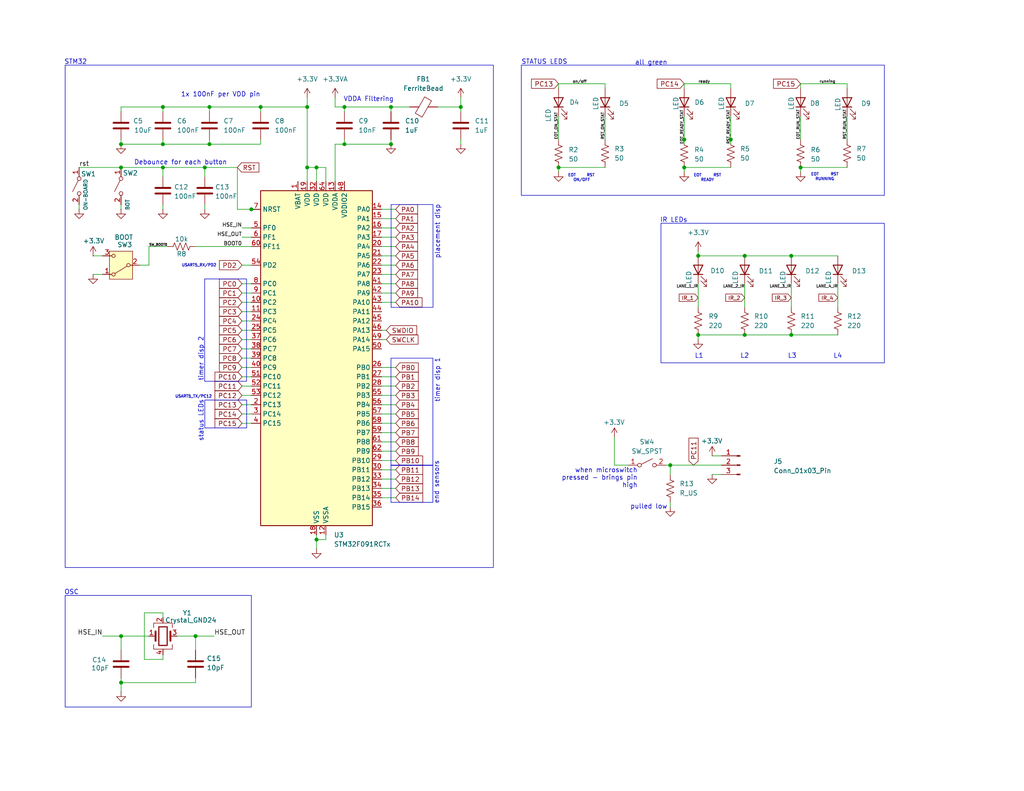
<source format=kicad_sch>
(kicad_sch (version 20231120) (generator "eeschema") (generator_version "8.0")
  (paper "USLetter")
  (title_block (title "STM32 / LEDs") (date "2025-08-03"))
  (lib_symbols
    (symbol "Connector:Conn_01x03_Pin" (pin_names (offset 1.016) hide)
      (property "Reference" "J" (at 0 5.08 0))
      (property "Value" "Conn_01x03_Pin" (at 0 -5.08 0))
      (symbol "Conn_01x03_Pin_1_1"
        (polyline (pts (xy 1.27 -2.54) (xy 0.8636 -2.54)) (stroke (width 0.1524)))
        (polyline (pts (xy 1.27 0) (xy 0.8636 0)) (stroke (width 0.1524)))
        (polyline (pts (xy 1.27 2.54) (xy 0.8636 2.54)) (stroke (width 0.1524)))
        (rectangle (start 0.8636 -2.413) (end 0 -2.667) (stroke (width 0.1524)) (fill (type outline)))
        (rectangle (start 0.8636 0.127) (end 0 -0.127) (stroke (width 0.1524)) (fill (type outline)))
        (rectangle (start 0.8636 2.667) (end 0 2.413) (stroke (width 0.1524)) (fill (type outline)))
        (pin passive line (at 5.08 2.54 180) (length 3.81) (name "Pin_1") (number "1"))
        (pin passive line (at 5.08 0 180) (length 3.81) (name "Pin_2") (number "2"))
        (pin passive line (at 5.08 -2.54 180) (length 3.81) (name "Pin_3") (number "3"))
      )
    )
    (symbol "Device:C" (pin_numbers hide) (pin_names (offset 0.254))
      (property "Reference" "C" (at 0.635 2.54 0))
      (property "Value" "C" (at 0.635 -2.54 0))
      (symbol "C_0_1"
        (polyline (pts (xy -2.032 -0.762) (xy 2.032 -0.762)) (stroke (width 0.508)))
        (polyline (pts (xy -2.032 0.762) (xy 2.032 0.762)) (stroke (width 0.508)))
      )
      (symbol "C_1_1"
        (pin passive line (at 0 3.81 270) (length 2.794) (name "~") (number "1"))
        (pin passive line (at 0 -3.81 90) (length 2.794) (name "~") (number "2"))
      )
    )
    (symbol "Device:Crystal_GND24" (pin_names (offset 1.016) hide)
      (property "Reference" "Y" (at 3.175 5.08 0))
      (property "Value" "Crystal_GND24" (at 3.175 3.175 0))
      (symbol "Crystal_GND24_0_1"
        (rectangle (start -1.143 2.54) (end 1.143 -2.54) (stroke (width 0.3048)))
        (polyline (pts (xy -2.54 0) (xy -2.032 0)))
        (polyline (pts (xy -2.032 -1.27) (xy -2.032 1.27)) (stroke (width 0.508)))
        (polyline (pts (xy 0 -3.81) (xy 0 -3.556)))
        (polyline (pts (xy 0 3.556) (xy 0 3.81)))
        (polyline (pts (xy 2.032 -1.27) (xy 2.032 1.27)) (stroke (width 0.508)))
        (polyline (pts (xy 2.032 0) (xy 2.54 0)))
        (polyline (pts (xy -2.54 -2.286) (xy -2.54 -3.556) (xy 2.54 -3.556) (xy 2.54 -2.286)))
        (polyline (pts (xy -2.54 2.286) (xy -2.54 3.556) (xy 2.54 3.556) (xy 2.54 2.286)))
      )
      (symbol "Crystal_GND24_1_1"
        (pin passive line (at -3.81 0 0) (length 1.27) (name "1") (number "1"))
        (pin passive line (at 0 5.08 270) (length 1.27) (name "2") (number "2"))
        (pin passive line (at 3.81 0 180) (length 1.27) (name "3") (number "3"))
        (pin passive line (at 0 -5.08 90) (length 1.27) (name "4") (number "4"))
      )
    )
    (symbol "Device:FerriteBead" (pin_numbers hide) (pin_names (offset 0))
      (property "Reference" "FB" (at -3.81 0.635 90))
      (property "Value" "FerriteBead" (at 3.81 0 90))
      (symbol "FerriteBead_0_1"
        (polyline (pts (xy 0 -1.27) (xy 0 -1.2192)))
        (polyline (pts (xy 0 1.27) (xy 0 1.2954)))
        (polyline (pts (xy -2.7686 0.4064) (xy -1.7018 2.2606) (xy 2.7686 -0.3048) (xy 1.6764 -2.159) (xy -2.7686 0.4064)))
      )
      (symbol "FerriteBead_1_1"
        (pin passive line (at 0 3.81 270) (length 2.54) (name "~") (number "1"))
        (pin passive line (at 0 -3.81 90) (length 2.54) (name "~") (number "2"))
      )
    )
    (symbol "Device:LED" (pin_numbers hide) (pin_names (offset 1.016) hide)
      (property "Reference" "D" (at 0 2.54 0))
      (property "Value" "LED" (at 0 -2.54 0))
      (symbol "LED_0_1"
        (polyline (pts (xy -1.27 -1.27) (xy -1.27 1.27)) (stroke (width 0.254)))
        (polyline (pts (xy -1.27 0) (xy 1.27 0)))
        (polyline (pts (xy 1.27 -1.27) (xy 1.27 1.27) (xy -1.27 0) (xy 1.27 -1.27)) (stroke (width 0.254)))
        (polyline (pts (xy -3.048 -0.762) (xy -4.572 -2.286) (xy -3.81 -2.286) (xy -4.572 -2.286) (xy -4.572 -1.524)))
        (polyline (pts (xy -1.778 -0.762) (xy -3.302 -2.286) (xy -2.54 -2.286) (xy -3.302 -2.286) (xy -3.302 -1.524)))
      )
      (symbol "LED_1_1"
        (pin passive line (at -3.81 0 0) (length 2.54) (name "K") (number "1"))
        (pin passive line (at 3.81 0 180) (length 2.54) (name "A") (number "2"))
      )
    )
    (symbol "Device:R_US" (pin_numbers hide) (pin_names (offset 0))
      (property "Reference" "R" (at 2.54 0 90))
      (property "Value" "R_US" (at -2.54 0 90))
      (symbol "R_US_0_1"
        (polyline (pts (xy 0 -2.286) (xy 0 -2.54)))
        (polyline (pts (xy 0 2.286) (xy 0 2.54)))
        (polyline (pts (xy 0 -0.762) (xy 1.016 -1.143) (xy 0 -1.524) (xy -1.016 -1.905) (xy 0 -2.286)))
        (polyline (pts (xy 0 0.762) (xy 1.016 0.381) (xy 0 0) (xy -1.016 -0.381) (xy 0 -0.762)))
        (polyline (pts (xy 0 2.286) (xy 1.016 1.905) (xy 0 1.524) (xy -1.016 1.143) (xy 0 0.762)))
      )
      (symbol "R_US_1_1"
        (pin passive line (at 0 3.81 270) (length 1.27) (name "~") (number "1"))
        (pin passive line (at 0 -3.81 90) (length 1.27) (name "~") (number "2"))
      )
    )
    (symbol "MCU_ST_STM32F0:STM32F091RCTx"
      (property "Reference" "U" (at -15.24 46.99 0))
      (property "Value" "STM32F091RCTx" (at 10.16 46.99 0))
      (symbol "STM32F091RCTx_0_1"
        (rectangle (start -15.24 -45.72) (end 15.24 45.72) (stroke (width 0.254)) (fill (type background)))
      )
      (symbol "STM32F091RCTx_1_1"
        (pin power_in line (at -5.08 48.26 270) (length 2.54) (name "VBAT") (number "1"))
        (pin bidirectional line (at -17.78 15.24 0) (length 2.54) (name "PC2") (number "10"))
        (pin bidirectional line (at -17.78 12.7 0) (length 2.54) (name "PC3") (number "11"))
        (pin power_in line (at 2.54 -48.26 90) (length 2.54) (name "VSSA") (number "12"))
        (pin power_in line (at 5.08 48.26 270) (length 2.54) (name "VDDA") (number "13"))
        (pin bidirectional line (at 17.78 40.64 180) (length 2.54) (name "PA0") (number "14"))
        (pin bidirectional line (at 17.78 38.1 180) (length 2.54) (name "PA1") (number "15"))
        (pin bidirectional line (at 17.78 35.56 180) (length 2.54) (name "PA2") (number "16"))
        (pin bidirectional line (at 17.78 33.02 180) (length 2.54) (name "PA3") (number "17"))
        (pin power_in line (at 0 -48.26 90) (length 2.54) (name "VSS") (number "18"))
        (pin power_in line (at -2.54 48.26 270) (length 2.54) (name "VDD") (number "19"))
        (pin bidirectional line (at -17.78 -12.7 0) (length 2.54) (name "PC13") (number "2"))
        (pin bidirectional line (at 17.78 30.48 180) (length 2.54) (name "PA4") (number "20"))
        (pin bidirectional line (at 17.78 27.94 180) (length 2.54) (name "PA5") (number "21"))
        (pin bidirectional line (at 17.78 25.4 180) (length 2.54) (name "PA6") (number "22"))
        (pin bidirectional line (at 17.78 22.86 180) (length 2.54) (name "PA7") (number "23"))
        (pin bidirectional line (at -17.78 10.16 0) (length 2.54) (name "PC4") (number "24"))
        (pin bidirectional line (at -17.78 7.62 0) (length 2.54) (name "PC5") (number "25"))
        (pin bidirectional line (at 17.78 -2.54 180) (length 2.54) (name "PB0") (number "26"))
        (pin bidirectional line (at 17.78 -5.08 180) (length 2.54) (name "PB1") (number "27"))
        (pin bidirectional line (at 17.78 -7.62 180) (length 2.54) (name "PB2") (number "28"))
        (pin bidirectional line (at 17.78 -27.94 180) (length 2.54) (name "PB10") (number "29"))
        (pin bidirectional line (at -17.78 -15.24 0) (length 2.54) (name "PC14") (number "3"))
        (pin bidirectional line (at 17.78 -30.48 180) (length 2.54) (name "PB11") (number "30"))
        (pin passive line (at 0 -48.26 90) (length 2.54) hide (name "VSS") (number "31"))
        (pin power_in line (at 0 48.26 270) (length 2.54) (name "VDD") (number "32"))
        (pin bidirectional line (at 17.78 -33.02 180) (length 2.54) (name "PB12") (number "33"))
        (pin bidirectional line (at 17.78 -35.56 180) (length 2.54) (name "PB13") (number "34"))
        (pin bidirectional line (at 17.78 -38.1 180) (length 2.54) (name "PB14") (number "35"))
        (pin bidirectional line (at 17.78 -40.64 180) (length 2.54) (name "PB15") (number "36"))
        (pin bidirectional line (at -17.78 5.08 0) (length 2.54) (name "PC6") (number "37"))
        (pin bidirectional line (at -17.78 2.54 0) (length 2.54) (name "PC7") (number "38"))
        (pin bidirectional line (at -17.78 0 0) (length 2.54) (name "PC8") (number "39"))
        (pin bidirectional line (at -17.78 -17.78 0) (length 2.54) (name "PC15") (number "4"))
        (pin bidirectional line (at -17.78 -2.54 0) (length 2.54) (name "PC9") (number "40"))
        (pin bidirectional line (at 17.78 20.32 180) (length 2.54) (name "PA8") (number "41"))
        (pin bidirectional line (at 17.78 17.78 180) (length 2.54) (name "PA9") (number "42"))
        (pin bidirectional line (at 17.78 15.24 180) (length 2.54) (name "PA10") (number "43"))
        (pin bidirectional line (at 17.78 12.7 180) (length 2.54) (name "PA11") (number "44"))
        (pin bidirectional line (at 17.78 10.16 180) (length 2.54) (name "PA12") (number "45"))
        (pin bidirectional line (at 17.78 7.62 180) (length 2.54) (name "PA13") (number "46"))
        (pin passive line (at 0 -48.26 90) (length 2.54) hide (name "VSS") (number "47"))
        (pin power_in line (at 7.62 48.26 270) (length 2.54) (name "VDDIO2") (number "48"))
        (pin bidirectional line (at 17.78 5.08 180) (length 2.54) (name "PA14") (number "49"))
        (pin bidirectional line (at -17.78 35.56 0) (length 2.54) (name "PF0") (number "5"))
        (pin bidirectional line (at 17.78 2.54 180) (length 2.54) (name "PA15") (number "50"))
        (pin bidirectional line (at -17.78 -5.08 0) (length 2.54) (name "PC10") (number "51"))
        (pin bidirectional line (at -17.78 -7.62 0) (length 2.54) (name "PC11") (number "52"))
        (pin bidirectional line (at -17.78 -10.16 0) (length 2.54) (name "PC12") (number "53"))
        (pin bidirectional line (at -17.78 25.4 0) (length 2.54) (name "PD2") (number "54"))
        (pin bidirectional line (at 17.78 -10.16 180) (length 2.54) (name "PB3") (number "55"))
        (pin bidirectional line (at 17.78 -12.7 180) (length 2.54) (name "PB4") (number "56"))
        (pin bidirectional line (at 17.78 -15.24 180) (length 2.54) (name "PB5") (number "57"))
        (pin bidirectional line (at 17.78 -17.78 180) (length 2.54) (name "PB6") (number "58"))
        (pin bidirectional line (at 17.78 -20.32 180) (length 2.54) (name "PB7") (number "59"))
        (pin bidirectional line (at -17.78 33.02 0) (length 2.54) (name "PF1") (number "6"))
        (pin bidirectional line (at -17.78 30.48 0) (length 2.54) (name "PF11") (number "60"))
        (pin bidirectional line (at 17.78 -22.86 180) (length 2.54) (name "PB8") (number "61"))
        (pin bidirectional line (at 17.78 -25.4 180) (length 2.54) (name "PB9") (number "62"))
        (pin passive line (at 0 -48.26 90) (length 2.54) hide (name "VSS") (number "63"))
        (pin power_in line (at 2.54 48.26 270) (length 2.54) (name "VDD") (number "64"))
        (pin input line (at -17.78 40.64 0) (length 2.54) (name "NRST") (number "7"))
        (pin bidirectional line (at -17.78 20.32 0) (length 2.54) (name "PC0") (number "8"))
        (pin bidirectional line (at -17.78 17.78 0) (length 2.54) (name "PC1") (number "9"))
      )
    )
    (symbol "Switch:SW_SPDT" (pin_names (offset 0) hide)
      (property "Reference" "SW" (at 0 5.08 0))
      (property "Value" "SW_SPDT" (at 0 -5.08 0))
      (symbol "SW_SPDT_0_1"
        (circle (center -2.032 0) (radius 0.4572))
        (polyline (pts (xy -1.651 0.254) (xy 1.651 2.286)))
        (circle (center 2.032 -2.54) (radius 0.4572))
        (circle (center 2.032 2.54) (radius 0.4572))
      )
      (symbol "SW_SPDT_1_1"
        (rectangle (start -3.175 3.81) (end 3.175 -3.81) (fill (type background)))
        (pin passive line (at 5.08 2.54 180) (length 2.54) (name "A") (number "1"))
        (pin passive line (at -5.08 0 0) (length 2.54) (name "B") (number "2"))
        (pin passive line (at 5.08 -2.54 180) (length 2.54) (name "C") (number "3"))
      )
    )
    (symbol "Switch:SW_SPST" (pin_names (offset 0) hide)
      (property "Reference" "SW" (at 0 3.175 0))
      (property "Value" "SW_SPST" (at 0 -2.54 0))
      (symbol "SW_SPST_0_0"
        (circle (center -2.032 0) (radius 0.508))
        (polyline (pts (xy -1.524 0.254) (xy 1.524 1.778)))
        (circle (center 2.032 0) (radius 0.508))
      )
      (symbol "SW_SPST_1_1"
        (pin passive line (at -5.08 0 0) (length 2.54) (name "A") (number "1"))
        (pin passive line (at 5.08 0 180) (length 2.54) (name "B") (number "2"))
      )
    )
    (symbol "power:+3.3V" (power) (pin_numbers hide) (pin_names (offset 0) hide)
      (property "Value" "+3.3V" (at 0 3.556 0))
      (symbol "+3.3V_0_1"
        (polyline (pts (xy -0.762 1.27) (xy 0 2.54)))
        (polyline (pts (xy 0 0) (xy 0 2.54)))
        (polyline (pts (xy 0 2.54) (xy 0.762 1.27)))
      )
      (symbol "+3.3V_1_1"
        (pin power_in line (at 0 0 90) (length 0) (name "~") (number "1"))
      )
    )
    (symbol "power:+3.3VA" (power) (pin_numbers hide) (pin_names (offset 0) hide)
      (property "Value" "+3.3VA" (at 0 3.556 0))
      (symbol "+3.3VA_0_1"
        (polyline (pts (xy -0.762 1.27) (xy 0 2.54)))
        (polyline (pts (xy 0 0) (xy 0 2.54)))
        (polyline (pts (xy 0 2.54) (xy 0.762 1.27)))
      )
      (symbol "+3.3VA_1_1"
        (pin power_in line (at 0 0 90) (length 0) (name "~") (number "1"))
      )
    )
    (symbol "power:GND" (power) (pin_numbers hide) (pin_names (offset 0) hide)
      (property "Value" "GND" (at 0 -3.81 0))
      (symbol "GND_0_1"
        (polyline (pts (xy 0 0) (xy 0 -1.27) (xy 1.27 -1.27) (xy 0 -2.54) (xy -1.27 -1.27) (xy 0 -1.27)))
      )
      (symbol "GND_1_1"
        (pin power_in line (at 0 0 270) (length 0) (name "~") (number "1"))
      )
    )
  )
  (junction (at 33.0423 186.3771))
  (junction (at 53.3623 173.6771))
  (junction (at 44.45 45.72))
  (junction (at 203.2 69.85))
  (junction (at 86.36 45.72))
  (junction (at 152.4 45.72))
  (junction (at 190.5 91.44))
  (junction (at 33.0423 173.6771))
  (junction (at 93.98 39.37))
  (junction (at 71.12 29.21))
  (junction (at 186.69 45.72))
  (junction (at 106.68 29.21))
  (junction (at 33.02 45.72))
  (junction (at 83.82 29.21))
  (junction (at 125.73 29.21))
  (junction (at 68.58 57.15))
  (junction (at 203.2 91.44))
  (junction (at 55.88 45.72))
  (junction (at 83.82 45.72))
  (junction (at 186.69 38.1))
  (junction (at 190.5 69.85))
  (junction (at 44.45 29.21))
  (junction (at 57.15 39.37))
  (junction (at 57.15 29.21))
  (junction (at 93.98 29.21))
  (junction (at 182.88 127))
  (junction (at 86.36 147.32))
  (junction (at 215.9 69.85))
  (junction (at 44.45 39.37))
  (junction (at 215.9 91.44))
  (junction (at 218.44 45.72))
  (junction (at 106.68 39.37))
  (junction (at 33.02 39.37))
  (junction (at 199.39 38.1))
  (wire (pts (xy 93.98 39.37) (xy 106.68 39.37)))
  (wire (pts (xy 106.68 29.21) (xy 111.76 29.21)))
  (wire (pts (xy 218.44 22.86) (xy 218.44 24.13)))
  (wire (pts (xy 218.44 46.99) (xy 218.44 45.72)))
  (wire (pts (xy 44.45 29.21) (xy 57.15 29.21)))
  (wire (pts (xy 33.0423 185.1071) (xy 33.0423 186.3771)))
  (wire (pts (xy 57.15 39.37) (xy 44.45 39.37)))
  (wire (pts (xy 88.9 147.32) (xy 88.9 146.05)))
  (wire (pts (xy 107.95 123.19) (xy 104.14 123.19)))
  (wire (pts (xy 125.73 29.21) (xy 125.73 30.48)))
  (wire (pts (xy 190.5 91.44) (xy 203.2 91.44)))
  (wire (pts (xy 218.44 22.86) (xy 231.14 22.86)))
  (wire (pts (xy 231.14 31.75) (xy 231.14 38.1)))
  (wire (pts (xy 190.5 68.58) (xy 190.5 69.85)))
  (wire (pts (xy 228.6 77.47) (xy 228.6 83.82)))
  (wire (pts (xy 186.69 46.99) (xy 186.69 45.72)))
  (wire (pts (xy 199.39 22.86) (xy 199.39 24.13)))
  (wire (pts (xy 86.36 147.32) (xy 86.36 146.05)))
  (wire (pts (xy 39.3923 180.0271) (xy 39.3923 167.3271)))
  (wire (pts (xy 33.0423 186.3771) (xy 33.0423 188.9171)))
  (wire (pts (xy 167.64 119.38) (xy 167.64 127)))
  (wire (pts (xy 71.12 29.21) (xy 71.12 30.48)))
  (wire (pts (xy 167.64 127) (xy 171.45 127)))
  (wire (pts (xy 186.69 22.86) (xy 199.39 22.86)))
  (wire (pts (xy 203.2 69.85) (xy 215.9 69.85)))
  (wire (pts (xy 48.2823 173.6771) (xy 53.3623 173.6771)))
  (wire (pts (xy 107.95 57.15) (xy 104.14 57.15)))
  (wire (pts (xy 203.2 91.44) (xy 215.9 91.44)))
  (wire (pts (xy 152.4 22.86) (xy 165.1 22.86)))
  (wire (pts (xy 66.04 95.25) (xy 68.58 95.25)))
  (wire (pts (xy 199.39 38.1) (xy 199.39 39.37)))
  (wire (pts (xy 44.45 57.15) (xy 44.45 55.88)))
  (wire (pts (xy 107.95 72.39) (xy 104.14 72.39)))
  (wire (pts (xy 53.3623 173.6771) (xy 53.3623 177.4871)))
  (wire (pts (xy 93.98 29.21) (xy 106.68 29.21)))
  (wire (pts (xy 107.95 62.23) (xy 104.14 62.23)))
  (wire (pts (xy 66.04 113.03) (xy 68.58 113.03)))
  (wire (pts (xy 66.04 97.79) (xy 68.58 97.79)))
  (wire (pts (xy 71.12 39.37) (xy 57.15 39.37)))
  (wire (pts (xy 66.04 105.41) (xy 68.58 105.41)))
  (wire (pts (xy 152.4 31.75) (xy 152.4 38.1)))
  (wire (pts (xy 107.95 133.35) (xy 104.14 133.35)))
  (wire (pts (xy 33.02 29.21) (xy 44.45 29.21)))
  (wire (pts (xy 231.14 22.86) (xy 231.14 24.13)))
  (wire (pts (xy 182.88 138.43) (xy 182.88 137.16)))
  (wire (pts (xy 182.88 127) (xy 181.61 127)))
  (wire (pts (xy 33.02 39.37) (xy 44.45 39.37)))
  (wire (pts (xy 106.68 30.48) (xy 106.68 29.21)))
  (wire (pts (xy 152.4 22.86) (xy 152.4 24.13)))
  (wire (pts (xy 66.04 64.77) (xy 68.58 64.77)))
  (wire (pts (xy 44.4723 167.3271) (xy 44.4723 168.5971)))
  (wire (pts (xy 218.44 45.72) (xy 231.14 45.72)))
  (wire (pts (xy 93.98 29.21) (xy 93.98 30.48)))
  (wire (pts (xy 107.95 110.49) (xy 104.14 110.49)))
  (wire (pts (xy 107.95 128.27) (xy 104.14 128.27)))
  (wire (pts (xy 107.95 74.93) (xy 104.14 74.93)))
  (wire (pts (xy 66.04 62.23) (xy 68.58 62.23)))
  (wire (pts (xy 53.3623 173.6771) (xy 58.4423 173.6771)))
  (wire (pts (xy 105.41 90.17) (xy 104.14 90.17)))
  (wire (pts (xy 125.73 38.1) (xy 125.73 39.37)))
  (wire (pts (xy 215.9 77.47) (xy 215.9 83.82)))
  (wire (pts (xy 33.0423 173.6771) (xy 40.6623 173.6771)))
  (wire (pts (xy 66.04 110.49) (xy 68.58 110.49)))
  (wire (pts (xy 33.02 29.21) (xy 33.02 30.48)))
  (wire (pts (xy 91.44 39.37) (xy 91.44 49.53)))
  (wire (pts (xy 186.69 45.72) (xy 199.39 45.72)))
  (wire (pts (xy 66.04 77.47) (xy 68.58 77.47)))
  (wire (pts (xy 66.04 90.17) (xy 68.58 90.17)))
  (wire (pts (xy 93.98 38.1) (xy 93.98 39.37)))
  (wire (pts (xy 66.04 102.87) (xy 68.58 102.87)))
  (wire (pts (xy 53.3623 186.3771) (xy 33.0423 186.3771)))
  (wire (pts (xy 88.9 45.72) (xy 86.36 45.72)))
  (wire (pts (xy 44.4723 180.0271) (xy 39.3923 180.0271)))
  (wire (pts (xy 107.95 80.01) (xy 104.14 80.01)))
  (wire (pts (xy 107.95 113.03) (xy 104.14 113.03)))
  (wire (pts (xy 186.69 24.13) (xy 186.69 22.86)))
  (wire (pts (xy 69.85 57.15) (xy 68.58 57.15)))
  (wire (pts (xy 91.44 29.21) (xy 91.44 26.67)))
  (wire (pts (xy 186.69 31.75) (xy 186.69 38.1)))
  (wire (pts (xy 107.95 100.33) (xy 104.14 100.33)))
  (wire (pts (xy 194.31 129.54) (xy 196.85 129.54)))
  (wire (pts (xy 33.0423 177.4871) (xy 33.0423 173.6771)))
  (wire (pts (xy 40.64 72.39) (xy 40.64 67.31)))
  (wire (pts (xy 107.95 120.65) (xy 104.14 120.65)))
  (wire (pts (xy 107.95 67.31) (xy 104.14 67.31)))
  (wire (pts (xy 33.02 45.72) (xy 44.45 45.72)))
  (wire (pts (xy 190.5 77.47) (xy 190.5 83.82)))
  (wire (pts (xy 107.95 77.47) (xy 104.14 77.47)))
  (wire (pts (xy 215.9 91.44) (xy 228.6 91.44)))
  (wire (pts (xy 44.45 29.21) (xy 44.45 30.48)))
  (wire (pts (xy 53.34 67.31) (xy 68.58 67.31)))
  (wire (pts (xy 25.4 69.85) (xy 27.94 69.85)))
  (wire (pts (xy 40.64 67.31) (xy 45.72 67.31)))
  (wire (pts (xy 107.95 69.85) (xy 104.14 69.85)))
  (wire (pts (xy 190.5 69.85) (xy 203.2 69.85)))
  (wire (pts (xy 83.82 26.67) (xy 83.82 29.21)))
  (wire (pts (xy 64.77 45.72) (xy 64.77 57.15)))
  (wire (pts (xy 57.15 38.1) (xy 57.15 39.37)))
  (wire (pts (xy 194.31 124.46) (xy 196.85 124.46)))
  (wire (pts (xy 182.88 129.54) (xy 182.88 127)))
  (wire (pts (xy 91.44 39.37) (xy 93.98 39.37)))
  (wire (pts (xy 119.38 29.21) (xy 125.73 29.21)))
  (wire (pts (xy 66.04 72.39) (xy 68.58 72.39)))
  (wire (pts (xy 196.85 127) (xy 182.88 127)))
  (wire (pts (xy 66.04 115.57) (xy 68.58 115.57)))
  (wire (pts (xy 71.12 29.21) (xy 83.82 29.21)))
  (wire (pts (xy 86.36 45.72) (xy 86.36 49.53)))
  (wire (pts (xy 107.95 118.11) (xy 104.14 118.11)))
  (wire (pts (xy 107.95 115.57) (xy 104.14 115.57)))
  (wire (pts (xy 64.77 57.15) (xy 68.58 57.15)))
  (wire (pts (xy 44.4723 178.7571) (xy 44.4723 180.0271)))
  (wire (pts (xy 57.15 29.21) (xy 57.15 30.48)))
  (wire (pts (xy 199.39 31.75) (xy 199.39 38.1)))
  (wire (pts (xy 107.95 135.89) (xy 104.14 135.89)))
  (wire (pts (xy 165.1 22.86) (xy 165.1 24.13)))
  (wire (pts (xy 55.88 57.15) (xy 55.88 55.88)))
  (wire (pts (xy 38.1 72.39) (xy 40.64 72.39)))
  (wire (pts (xy 53.3623 185.1071) (xy 53.3623 186.3771)))
  (wire (pts (xy 165.1 31.75) (xy 165.1 38.1)))
  (wire (pts (xy 44.45 39.37) (xy 44.45 38.1)))
  (wire (pts (xy 107.95 105.41) (xy 104.14 105.41)))
  (wire (pts (xy 86.36 147.32) (xy 86.36 149.86)))
  (wire (pts (xy 33.02 39.37) (xy 33.02 38.1)))
  (wire (pts (xy 93.98 29.21) (xy 91.44 29.21)))
  (wire (pts (xy 215.9 69.85) (xy 228.6 69.85)))
  (wire (pts (xy 57.15 29.21) (xy 71.12 29.21)))
  (wire (pts (xy 107.95 82.55) (xy 104.14 82.55)))
  (wire (pts (xy 88.9 45.72) (xy 88.9 49.53)))
  (wire (pts (xy 44.45 45.72) (xy 55.88 45.72)))
  (wire (pts (xy 107.95 102.87) (xy 104.14 102.87)))
  (wire (pts (xy 66.04 92.71) (xy 68.58 92.71)))
  (wire (pts (xy 152.4 45.72) (xy 165.1 45.72)))
  (wire (pts (xy 27.9623 173.6771) (xy 33.0423 173.6771)))
  (wire (pts (xy 107.95 130.81) (xy 104.14 130.81)))
  (wire (pts (xy 86.36 147.32) (xy 88.9 147.32)))
  (wire (pts (xy 66.04 87.63) (xy 68.58 87.63)))
  (wire (pts (xy 107.95 64.77) (xy 104.14 64.77)))
  (wire (pts (xy 55.88 45.72) (xy 64.77 45.72)))
  (wire (pts (xy 105.41 92.71) (xy 104.14 92.71)))
  (wire (pts (xy 190.5 92.71) (xy 190.5 91.44)))
  (wire (pts (xy 44.45 45.72) (xy 44.45 48.26)))
  (wire (pts (xy 71.12 38.1) (xy 71.12 39.37)))
  (wire (pts (xy 106.68 38.1) (xy 106.68 39.37)))
  (wire (pts (xy 39.3923 167.3271) (xy 44.4723 167.3271)))
  (wire (pts (xy 107.95 125.73) (xy 104.14 125.73)))
  (wire (pts (xy 66.04 107.95) (xy 68.58 107.95)))
  (wire (pts (xy 152.4 46.99) (xy 152.4 45.72)))
  (wire (pts (xy 186.69 38.1) (xy 186.69 39.37)))
  (wire (pts (xy 33.02 57.15) (xy 33.02 55.88)))
  (wire (pts (xy 86.36 45.72) (xy 83.82 45.72)))
  (wire (pts (xy 125.73 26.67) (xy 125.73 29.21)))
  (wire (pts (xy 66.04 100.33) (xy 68.58 100.33)))
  (wire (pts (xy 203.2 77.47) (xy 203.2 83.82)))
  (wire (pts (xy 21.59 57.15) (xy 21.59 55.88)))
  (wire (pts (xy 66.04 80.01) (xy 68.58 80.01)))
  (wire (pts (xy 107.95 107.95) (xy 104.14 107.95)))
  (wire (pts (xy 66.04 85.09) (xy 68.58 85.09)))
  (wire (pts (xy 21.59 45.72) (xy 33.02 45.72)))
  (wire (pts (xy 218.44 31.75) (xy 218.44 38.1)))
  (wire (pts (xy 25.4 74.93) (xy 27.94 74.93)))
  (wire (pts (xy 66.04 82.55) (xy 68.58 82.55)))
  (wire (pts (xy 107.95 59.69) (xy 104.14 59.69)))
  (wire (pts (xy 83.82 45.72) (xy 83.82 49.53)))
  (wire (pts (xy 83.82 29.21) (xy 83.82 45.72)))
  (wire (pts (xy 55.88 48.26) (xy 55.88 45.72)))
  (rectangle (start 55.88 109.22) (end 67.31 116.84))
  (rectangle (start 106.7171 55.8435) (end 118.1471 83.9196))
  (rectangle (start 118.11 127) (end 106.68 97.79))
  (rectangle (start 180.34 60.96) (end 241.3 99.06))
  (rectangle (start 17.78 17.78) (end 134.62 154.94))
  (rectangle (start 55.8402 76.1551) (end 67.2702 104.0951))
  (rectangle (start 106.6772 127.0739) (end 118.1072 137.16))
  (rectangle (start 142.24 17.78) (end 241.3 53.34))
  (rectangle (start 17.78 162.56) (end 68.58 193.04))
  (text "when microswitch\npressed - brings pin\nhigh" (at 173.99 130.556 0) (effects (font (size 1.27 1.27)) (justify right)))
  (text "USART5_RX/PD2" (at 49.53 72.136 0) (effects (font (size 0.762 0.762)) (justify left top)))
  (text "RST\n" (at 196.85 48.006 0) (effects (font (size 0.762 0.762)) (justify right)))
  (text "OSC\n" (at 17.526 161.798 0) (effects (font (size 1.27 1.27)) (justify left)))
  (text "ON/OFF\n" (at 158.75 49.276 0) (effects (font (size 0.762 0.762))))
  (text "VDDA Filtering" (at 100.584 27.178 0) (effects (font (size 1.27 1.27))))
  (text "STM32\n" (at 17.526 17.018 0) (effects (font (size 1.27 1.27)) (justify left)))
  (text "L2\n" (at 203.2 97.282 0) (effects (font (size 1.27 1.27))))
  (text "READY" (at 193.04 49.276 0) (effects (font (size 0.762 0.762))))
  (text "Debounce for each button\n" (at 49.276 44.45 0) (effects (font (size 1.27 1.27))))
  (text "timer disp 2\n\n" (at 55.88 104.14 90) (effects (font (size 1.27 1.27)) (justify left)))
  (text "status LEDs" (at 54.864 120.65 90) (effects (font (size 1.27 1.27)) (justify left)))
  (text "STATUS LEDS" (at 142.24 17.018 0) (effects (font (size 1.27 1.27)) (justify left)))
  (text "end sensors\n" (at 119.126 137.668 90) (effects (font (size 1.27 1.27)) (justify left)))
  (text "L1\n" (at 190.754 97.282 0) (effects (font (size 1.27 1.27))))
  (text "all green\n" (at 177.6673 17.1968 0) (effects (font (size 1.27 1.27))))
  (text "timer disp 1\n" (at 119.38 97.79 90) (effects (font (size 1.27 1.27)) (justify right)))
  (text "1x 100nF per VDD pin" (at 60.198 25.908 0) (effects (font (size 1.27 1.27))))
  (text "RUNNING" (at 225.044 49.022 0) (effects (font (size 0.762 0.762))))
  (text "pulled low\n" (at 177.038 138.43 0) (effects (font (size 1.27 1.27))))
  (text "EOT\n" (at 189.23 48.006 0) (effects (font (size 0.762 0.762)) (justify left)))
  (text "IR LEDs" (at 180.086 60.198 0) (effects (font (size 1.27 1.27)) (justify left)))
  (text "placement disp\n" (at 119.38 55.88 90) (effects (font (size 1.27 1.27)) (justify right)))
  (text "EOT\n" (at 154.94 48.006 0) (effects (font (size 0.762 0.762)) (justify left)))
  (text "RST\n" (at 228.854 47.752 0) (effects (font (size 0.762 0.762)) (justify right)))
  (text "L4" (at 228.6 97.282 0) (effects (font (size 1.27 1.27))))
  (text "USART5_TX/PC12" (at 47.752 107.95 0) (effects (font (size 0.762 0.762)) (justify left top)))
  (text "RST\n" (at 162.306 48.006 0) (effects (font (size 0.762 0.762)) (justify right)))
  (text "EOT\n" (at 221.234 47.752 0) (effects (font (size 0.762 0.762)) (justify left)))
  (text "L3" (at 216.154 97.282 0) (effects (font (size 1.27 1.27))))
  (label "rst" (at 21.59 45.72 0))
  (label "LANE_3_IR" (at 215.9 78.74 180) (effects (font (size 0.762 0.762))))
  (label "RST_ON_STAT" (at 165.1 38.1 90) (effects (font (size 0.762 0.762))))
  (label "on{slash}off" (at 156.21 22.86 0) (effects (font (size 0.762 0.762))))
  (label "ready" (at 190.5 22.86 0) (effects (font (size 0.762 0.762))))
  (label "HSE_IN" (at 66.04 62.23 180) (effects (font (size 1.016 1.016))))
  (label "BOOT0" (at 66.04 67.31 180) (effects (font (size 1.016 1.016))))
  (label "LANE_4_IR" (at 228.6 78.74 180) (effects (font (size 0.762 0.762))))
  (label "RST_RUN_STAT" (at 231.14 38.1 90) (effects (font (size 0.762 0.762))))
  (label "HSE_IN" (at 27.9623 173.6771 180))
  (label "EOT_ON_STAT" (at 152.4 38.1 90) (effects (font (size 0.762 0.762))))
  (label "HSE_OUT" (at 58.4423 173.6771 0))
  (label "EOT_RUN_STAT" (at 218.44 38.1 90) (effects (font (size 0.762 0.762))))
  (label "EOT_READY_STAT" (at 186.69 39.37 90) (effects (font (size 0.762 0.762))))
  (label "RST_READY_STAT" (at 199.39 39.37 90) (effects (font (size 0.762 0.762))))
  (label "running" (at 223.52 22.86 0) (effects (font (size 0.762 0.762))))
  (label "LANE_2_IR" (at 203.2 78.74 180) (effects (font (size 0.762 0.762))))
  (label "HSE_OUT" (at 66.04 64.77 180) (effects (font (size 1.016 1.016))))
  (label "SW_BOOT0" (at 40.64 67.31 0) (effects (font (size 0.635 0.635))))
  (label "LANE_1_IR" (at 190.5 78.74 180) (effects (font (size 0.762 0.762))))
  (global_label "PC12" (shape input) (at 66.04 107.95 180) (property "Intersheetrefs" "${INTERSHEET_REFS}" (effects (hide yes))))
  (global_label "PC10" (shape input) (at 66.04 102.87 180) (property "Intersheetrefs" "${INTERSHEET_REFS}" (effects (hide yes))))
  (global_label "PC7" (shape input) (at 66.04 95.25 180) (property "Intersheetrefs" "${INTERSHEET_REFS}" (effects (hide yes))))
  (global_label "IR_1" (shape input) (at 190.5 81.28 180) (effects (font (size 1.016 1.016))) (property "Intersheetrefs" "${INTERSHEET_REFS}" (effects (hide yes))))
  (global_label "PC0" (shape input) (at 66.04 77.47 180) (property "Intersheetrefs" "${INTERSHEET_REFS}" (effects (hide yes))))
  (global_label "PC15" (shape input) (at 66.04 115.57 180) (property "Intersheetrefs" "${INTERSHEET_REFS}" (effects (hide yes))))
  (global_label "IR_2" (shape input) (at 203.2 81.28 180) (effects (font (size 1.016 1.016))) (property "Intersheetrefs" "${INTERSHEET_REFS}" (effects (hide yes))))
  (global_label "PB4" (shape input) (at 107.95 110.49 0) (property "Intersheetrefs" "${INTERSHEET_REFS}" (effects (hide yes))))
  (global_label "SWDIO" (shape input) (at 105.41 90.17 0) (property "Intersheetrefs" "${INTERSHEET_REFS}" (effects (hide yes))))
  (global_label "PC6" (shape input) (at 66.04 92.71 180) (property "Intersheetrefs" "${INTERSHEET_REFS}" (effects (hide yes))))
  (global_label "PB7" (shape input) (at 107.95 118.11 0) (property "Intersheetrefs" "${INTERSHEET_REFS}" (effects (hide yes))))
  (global_label "PC14" (shape input) (at 186.69 22.86 180) (property "Intersheetrefs" "${INTERSHEET_REFS}" (effects (hide yes))))
  (global_label "PB13" (shape input) (at 107.95 133.35 0) (property "Intersheetrefs" "${INTERSHEET_REFS}" (effects (hide yes))))
  (global_label "PC4" (shape input) (at 66.04 87.63 180) (property "Intersheetrefs" "${INTERSHEET_REFS}" (effects (hide yes))))
  (global_label "PC5" (shape input) (at 66.04 90.17 180) (property "Intersheetrefs" "${INTERSHEET_REFS}" (effects (hide yes))))
  (global_label "IR_4" (shape input) (at 228.6 81.28 180) (effects (font (size 1.016 1.016))) (property "Intersheetrefs" "${INTERSHEET_REFS}" (effects (hide yes))))
  (global_label "PD2" (shape input) (at 66.04 72.39 180) (property "Intersheetrefs" "${INTERSHEET_REFS}" (effects (hide yes))))
  (global_label "PA4" (shape input) (at 107.95 67.31 0) (property "Intersheetrefs" "${INTERSHEET_REFS}" (effects (hide yes))))
  (global_label "IR_3" (shape input) (at 215.9 81.28 180) (effects (font (size 1.016 1.016))) (property "Intersheetrefs" "${INTERSHEET_REFS}" (effects (hide yes))))
  (global_label "PC11" (shape input) (at 189.23 127 90) (property "Intersheetrefs" "${INTERSHEET_REFS}" (effects (hide yes))))
  (global_label "PB14" (shape input) (at 107.95 135.89 0) (property "Intersheetrefs" "${INTERSHEET_REFS}" (effects (hide yes))))
  (global_label "PC8" (shape input) (at 66.04 97.79 180) (property "Intersheetrefs" "${INTERSHEET_REFS}" (effects (hide yes))))
  (global_label "PC14" (shape input) (at 66.04 113.03 180) (property "Intersheetrefs" "${INTERSHEET_REFS}" (effects (hide yes))))
  (global_label "PB12" (shape input) (at 107.95 130.81 0) (property "Intersheetrefs" "${INTERSHEET_REFS}" (effects (hide yes))))
  (global_label "PA2" (shape input) (at 107.95 62.23 0) (property "Intersheetrefs" "${INTERSHEET_REFS}" (effects (hide yes))))
  (global_label "PC13" (shape input) (at 152.4 22.86 180) (property "Intersheetrefs" "${INTERSHEET_REFS}" (effects (hide yes))))
  (global_label "PC11" (shape input) (at 66.04 105.41 180) (property "Intersheetrefs" "${INTERSHEET_REFS}" (effects (hide yes))))
  (global_label "PC15" (shape input) (at 218.44 22.86 180) (property "Intersheetrefs" "${INTERSHEET_REFS}" (effects (hide yes))))
  (global_label "PA1" (shape input) (at 107.95 59.69 0) (property "Intersheetrefs" "${INTERSHEET_REFS}" (effects (hide yes))))
  (global_label "PA10" (shape input) (at 107.95 82.55 0) (property "Intersheetrefs" "${INTERSHEET_REFS}" (effects (hide yes))))
  (global_label "PB5" (shape input) (at 107.95 113.03 0) (property "Intersheetrefs" "${INTERSHEET_REFS}" (effects (hide yes))))
  (global_label "PB8" (shape input) (at 107.95 120.65 0) (property "Intersheetrefs" "${INTERSHEET_REFS}" (effects (hide yes))))
  (global_label "PB3" (shape input) (at 107.95 107.95 0) (property "Intersheetrefs" "${INTERSHEET_REFS}" (effects (hide yes))))
  (global_label "PC1" (shape input) (at 66.04 80.01 180) (property "Intersheetrefs" "${INTERSHEET_REFS}" (effects (hide yes))))
  (global_label "PC9" (shape input) (at 66.04 100.33 180) (property "Intersheetrefs" "${INTERSHEET_REFS}" (effects (hide yes))))
  (global_label "PB2" (shape input) (at 107.95 105.41 0) (property "Intersheetrefs" "${INTERSHEET_REFS}" (effects (hide yes))))
  (global_label "PC13" (shape input) (at 66.04 110.49 180) (property "Intersheetrefs" "${INTERSHEET_REFS}" (effects (hide yes))))
  (global_label "PB11" (shape input) (at 107.95 128.27 0) (property "Intersheetrefs" "${INTERSHEET_REFS}" (effects (hide yes))))
  (global_label "PA9" (shape input) (at 107.95 80.01 0) (property "Intersheetrefs" "${INTERSHEET_REFS}" (effects (hide yes))))
  (global_label "PB6" (shape input) (at 107.95 115.57 0) (property "Intersheetrefs" "${INTERSHEET_REFS}" (effects (hide yes))))
  (global_label "PC2" (shape input) (at 66.04 82.55 180) (property "Intersheetrefs" "${INTERSHEET_REFS}" (effects (hide yes))))
  (global_label "SWCLK" (shape input) (at 105.41 92.71 0) (property "Intersheetrefs" "${INTERSHEET_REFS}" (effects (hide yes))))
  (global_label "PB0" (shape input) (at 107.95 100.33 0) (property "Intersheetrefs" "${INTERSHEET_REFS}" (effects (hide yes))))
  (global_label "PC3" (shape input) (at 66.04 85.09 180) (property "Intersheetrefs" "${INTERSHEET_REFS}" (effects (hide yes))))
  (global_label "PB10" (shape input) (at 107.95 125.73 0) (property "Intersheetrefs" "${INTERSHEET_REFS}" (effects (hide yes))))
  (global_label "RST" (shape input) (at 64.77 45.72 0) (property "Intersheetrefs" "${INTERSHEET_REFS}" (effects (hide yes))))
  (global_label "PA6" (shape input) (at 107.95 72.39 0) (property "Intersheetrefs" "${INTERSHEET_REFS}" (effects (hide yes))))
  (global_label "PA0" (shape input) (at 107.95 57.15 0) (property "Intersheetrefs" "${INTERSHEET_REFS}" (effects (hide yes))))
  (global_label "PA3" (shape input) (at 107.95 64.77 0) (property "Intersheetrefs" "${INTERSHEET_REFS}" (effects (hide yes))))
  (global_label "PA8" (shape input) (at 107.95 77.47 0) (property "Intersheetrefs" "${INTERSHEET_REFS}" (effects (hide yes))))
  (global_label "PB9" (shape input) (at 107.95 123.19 0) (property "Intersheetrefs" "${INTERSHEET_REFS}" (effects (hide yes))))
  (global_label "PB1" (shape input) (at 107.95 102.87 0) (property "Intersheetrefs" "${INTERSHEET_REFS}" (effects (hide yes))))
  (global_label "PA5" (shape input) (at 107.95 69.85 0) (property "Intersheetrefs" "${INTERSHEET_REFS}" (effects (hide yes))))
  (global_label "PA7" (shape input) (at 107.95 74.93 0) (property "Intersheetrefs" "${INTERSHEET_REFS}" (effects (hide yes))))
  (symbol (lib_id "power:+3.3V") (at 83.82 26.67 0) (unit 1)
    (property "Reference" "#PWR013" (effects (hide yes)))
    (property "Value" "+3.3V" (at 83.82 21.59 0))
    (property "Description" "Power symbol creates a global label with name \"+3.3V\"" (effects (hide yes)))
  )
  (symbol (lib_id "power:GND") (at 125.73 39.37 0) (unit 1)
    (property "Reference" "#PWR06" (effects (hide yes)))
    (property "Value" "GND" (effects (hide yes)))
    (property "Description" "Power symbol creates a global label with name \"GND\" , ground" (effects (hide yes)))
  )
  (symbol (lib_id "Device:C") (at 44.45 52.07 0) (unit 1)
    (property "Reference" "C12" (at 47.498 51.054 0) (effects (justify left)))
    (property "Value" "100nF" (at 47.498 53.594 0) (effects (justify left)))
    (property "Footprint" "Capacitor_SMD:C_0805_2012Metric" (effects (hide yes)))
    (property "Description" "Unpolarized capacitor" (effects (hide yes)))
  )
  (symbol (lib_id "power:GND") (at 186.69 46.99 0) (mirror y) (unit 1)
    (property "Reference" "#PWR019" (effects (hide yes)))
    (property "Value" "GND" (effects (hide yes)))
    (property "Description" "Power symbol creates a global label with name \"GND\" , ground" (effects (hide yes)))
  )
  (symbol (lib_id "power:GND") (at 33.02 57.15 0) (mirror y) (unit 1)
    (property "Reference" "#PWR022" (effects (hide yes)))
    (property "Value" "GND" (effects (hide yes)))
    (property "Description" "Power symbol creates a global label with name \"GND\" , ground" (effects (hide yes)))
  )
  (symbol (lib_id "Device:C") (at 93.98 34.29 0) (unit 1)
    (property "Reference" "C9" (at 97.79 33.0199 0) (effects (justify left)))
    (property "Value" "10nF" (at 97.79 35.5599 0) (effects (justify left)))
    (property "Footprint" "Capacitor_SMD:C_0805_2012Metric" (effects (hide yes)))
    (property "Description" "Unpolarized capacitor" (effects (hide yes)))
  )
  (symbol (lib_id "Device:R_US") (at 203.2 87.63 180) (unit 1)
    (property "Reference" "R10" (at 205.74 86.3599 0) (effects (justify right)))
    (property "Value" "220" (at 205.74 88.8999 0) (effects (justify right)))
    (property "Footprint" "Resistor_SMD:R_0805_2012Metric_Pad1.20x1.40mm_HandSolder" (effects (hide yes)))
    (property "Description" "Resistor, US symbol" (effects (hide yes)))
  )
  (symbol (lib_id "Device:LED") (at 218.44 27.94 90) (unit 1) (on_board no)
    (property "Reference" "D8" (at 220.98 28.194 90) (effects (justify right)))
    (property "Value" "LED" (at 215.9 26.416 0) (effects (justify right)))
    (property "Description" "Light emitting diode" (effects (hide yes)))
  )
  (symbol (lib_id "power:+3.3V") (at 25.4 69.85 0) (unit 1)
    (property "Reference" "#PWR026" (effects (hide yes)))
    (property "Value" "+3.3V" (at 22.606 65.786 0) (effects (justify left)))
    (property "Description" "Power symbol creates a global label with name \"+3.3V\"" (effects (hide yes)))
  )
  (symbol (lib_id "power:GND") (at 218.44 46.99 0) (mirror y) (unit 1)
    (property "Reference" "#PWR020" (effects (hide yes)))
    (property "Value" "GND" (effects (hide yes)))
    (property "Description" "Power symbol creates a global label with name \"GND\" , ground" (effects (hide yes)))
  )
  (symbol (lib_id "power:GND") (at 55.88 57.15 0) (unit 1)
    (property "Reference" "#PWR024" (effects (hide yes)))
    (property "Value" "GND" (effects (hide yes)))
    (property "Description" "Power symbol creates a global label with name \"GND\" , ground" (effects (hide yes)))
  )
  (symbol (lib_id "power:GND") (at 86.36 149.86 0) (unit 1)
    (property "Reference" "#PWR029" (effects (hide yes)))
    (property "Value" "GND" (effects (hide yes)))
    (property "Description" "Power symbol creates a global label with name \"GND\" , ground" (effects (hide yes)))
  )
  (symbol (lib_id "power:+3.3V") (at 167.64 119.38 0) (unit 1)
    (property "Reference" "#PWR031" (effects (hide yes)))
    (property "Value" "+3.3V" (at 164.592 115.316 0) (effects (justify left)))
    (property "Description" "Power symbol creates a global label with name \"+3.3V\"" (effects (hide yes)))
  )
  (symbol (lib_id "Device:R_US") (at 182.88 133.35 0) (unit 1)
    (property "Reference" "R13" (at 185.42 132.0799 0) (effects (justify left)))
    (property "Value" "R_US" (at 185.42 134.6199 0) (effects (justify left)))
    (property "Description" "Resistor, US symbol" (effects (hide yes)))
  )
  (symbol (lib_id "Device:R_US") (at 152.4 41.91 180) (unit 1)
    (property "Reference" "R2" (at 156.464 40.894 0))
    (property "Value" "50" (at 156.464 43.434 0))
    (property "Footprint" "Resistor_SMD:R_0805_2012Metric_Pad1.20x1.40mm_HandSolder" (effects (hide yes)))
    (property "Description" "Resistor, US symbol" (effects (hide yes)))
  )
  (symbol (lib_id "Device:C") (at 33.0423 181.2971 0) (unit 1)
    (property "Reference" "C14" (at 25.1237 180.1449 0) (effects (justify left)))
    (property "Value" "10pF" (at 24.892 182.372 0) (effects (justify left)))
    (property "Footprint" "Capacitor_SMD:C_0805_2012Metric" (effects (hide yes)))
    (property "Description" "Unpolarized capacitor" (effects (hide yes)))
  )
  (symbol (lib_id "Device:LED") (at 231.14 27.94 90) (unit 1) (on_board no)
    (property "Reference" "D9" (at 234.95 28.2574 90) (effects (justify right)))
    (property "Value" "LED" (at 228.6 26.67 0) (effects (justify right)))
    (property "Description" "Light emitting diode" (effects (hide yes)))
  )
  (symbol (lib_id "power:GND") (at 25.4 74.93 0) (unit 1)
    (property "Reference" "#PWR027" (effects (hide yes)))
    (property "Value" "GND" (effects (hide yes)))
    (property "Description" "Power symbol creates a global label with name \"GND\" , ground" (effects (hide yes)))
  )
  (symbol (lib_id "Device:C") (at 44.45 34.29 0) (unit 1)
    (property "Reference" "C6" (at 48.26 33.0199 0) (effects (justify left)))
    (property "Value" "100nF" (at 48.26 35.5599 0) (effects (justify left)))
    (property "Footprint" "Capacitor_SMD:C_0805_2012Metric" (effects (hide yes)))
    (property "Description" "Unpolarized capacitor" (effects (hide yes)))
  )
  (symbol (lib_id "Device:LED") (at 186.69 27.94 90) (unit 1) (on_board no)
    (property "Reference" "D6" (at 189.484 27.94 90) (effects (justify right)))
    (property "Value" "LED" (at 184.404 26.416 0) (effects (justify right)))
    (property "Description" "Light emitting diode" (effects (hide yes)))
  )
  (symbol (lib_id "Device:R_US") (at 231.14 41.91 180) (unit 1)
    (property "Reference" "R7" (at 233.68 40.6399 0) (effects (justify right)))
    (property "Value" "50" (at 233.68 43.1799 0) (effects (justify right)))
    (property "Footprint" "Resistor_SMD:R_0805_2012Metric_Pad1.20x1.40mm_HandSolder" (effects (hide yes)))
    (property "Description" "Resistor, US symbol" (effects (hide yes)))
  )
  (symbol (lib_id "Device:Crystal_GND24") (at 44.4723 173.6771 0) (unit 1)
    (property "Reference" "Y1" (at 51.0763 167.3271 0))
    (property "Value" "Crystal_GND24" (at 52.0923 169.3277 0))
    (property "Footprint" "crystal smd:OSC_ECS-2520S25-250-FN-TR" (effects (hide yes)))
    (property "Description" "Four pin crystal, GND on pins 2 and 4" (effects (hide yes)))
  )
  (symbol (lib_id "Device:FerriteBead") (at 115.57 29.21 90) (unit 1)
    (property "Reference" "FB1" (at 115.5192 21.59 90))
    (property "Value" "FerriteBead" (at 115.5192 24.13 90))
    (property "Footprint" "Resistor_SMD:R_0805_2012Metric_Pad1.20x1.40mm_HandSolder" (effects (hide yes)))
    (property "Description" "Ferrite bead" (effects (hide yes)))
  )
  (symbol (lib_id "Switch:SW_SPDT") (at 33.02 72.39 180) (unit 1)
    (property "Reference" "SW3" (at 34.036 66.802 0))
    (property "Value" "BOOT" (at 33.782 64.77 0))
    (property "Footprint" "Connector_PinHeader_1.00mm:PinHeader_1x03_P1.00mm_Vertical" (effects (hide yes)))
    (property "Description" "Switch, single pole double throw" (effects (hide yes)))
  )
  (symbol (lib_id "Device:C") (at 55.88 52.07 0) (unit 1)
    (property "Reference" "C13" (at 58.674 51.054 0) (effects (justify left)))
    (property "Value" "100nF" (at 58.674 53.594 0) (effects (justify left)))
    (property "Footprint" "Capacitor_SMD:C_0805_2012Metric" (effects (hide yes)))
    (property "Description" "Unpolarized capacitor" (effects (hide yes)))
  )
  (symbol (lib_id "Device:LED") (at 199.39 27.94 90) (unit 1) (on_board no)
    (property "Reference" "D7" (at 203.2 28.2574 90) (effects (justify right)))
    (property "Value" "LED" (at 196.85 26.416 0) (effects (justify right)))
    (property "Description" "Light emitting diode" (effects (hide yes)))
  )
  (symbol (lib_id "Device:C") (at 125.73 34.29 0) (unit 1)
    (property "Reference" "C11" (at 129.54 33.0199 0) (effects (justify left)))
    (property "Value" "1uF" (at 129.54 35.5599 0) (effects (justify left)))
    (property "Footprint" "Capacitor_SMD:C_0805_2012Metric" (effects (hide yes)))
    (property "Description" "Unpolarized capacitor" (effects (hide yes)))
  )
  (symbol (lib_id "Device:R_US") (at 49.53 67.31 90) (unit 1)
    (property "Reference" "R8" (at 49.53 69.342 90))
    (property "Value" "10k" (at 49.53 65.278 90))
    (property "Footprint" "Resistor_SMD:R_0805_2012Metric_Pad1.20x1.40mm_HandSolder" (effects (hide yes)))
    (property "Description" "Resistor, US symbol" (effects (hide yes)))
  )
  (symbol (lib_id "power:+3.3V") (at 125.73 26.67 0) (unit 1)
    (property "Reference" "#PWR015" (effects (hide yes)))
    (property "Value" "+3.3V" (at 125.73 21.59 0))
    (property "Description" "Power symbol creates a global label with name \"+3.3V\"" (effects (hide yes)))
  )
  (symbol (lib_id "Device:R_US") (at 165.1 41.91 180) (unit 1)
    (property "Reference" "R3" (at 167.64 40.6399 0) (effects (justify right)))
    (property "Value" "50" (at 167.64 43.1799 0) (effects (justify right)))
    (property "Footprint" "Resistor_SMD:R_0805_2012Metric_Pad1.20x1.40mm_HandSolder" (effects (hide yes)))
    (property "Description" "Resistor, US symbol" (effects (hide yes)))
  )
  (symbol (lib_id "Device:LED") (at 165.1 27.94 90) (unit 1) (on_board no)
    (property "Reference" "D5" (at 168.91 28.2574 90) (effects (justify right)))
    (property "Value" "LED" (at 162.56 26.416 0) (effects (justify right)))
    (property "Description" "Light emitting diode" (effects (hide yes)))
  )
  (symbol (lib_id "power:GND") (at 194.31 129.54 0) (unit 1)
    (property "Reference" "#PWR033" (effects (hide yes)))
    (property "Value" "GND" (effects (hide yes)))
    (property "Description" "Power symbol creates a global label with name \"GND\" , ground" (effects (hide yes)))
  )
  (symbol (lib_id "Device:C") (at 53.3623 181.2971 0) (unit 1)
    (property "Reference" "C15" (at 56.4103 179.7731 0) (effects (justify left)))
    (property "Value" "10pF" (at 56.4103 182.3131 0) (effects (justify left)))
    (property "Footprint" "Capacitor_SMD:C_0805_2012Metric" (effects (hide yes)))
    (property "Description" "Unpolarized capacitor" (effects (hide yes)))
  )
  (symbol (lib_id "Device:LED") (at 215.9 73.66 90) (unit 1) (on_board no)
    (property "Reference" "D12" (at 219.71 73.9774 90) (effects (justify right)))
    (property "Value" "LED" (at 213.614 73.914 0) (effects (justify right)))
    (property "Description" "Light emitting diode" (effects (hide yes)))
  )
  (symbol (lib_id "Device:LED") (at 152.4 27.94 90) (unit 1) (on_board no)
    (property "Reference" "D4" (at 156.718 27.94 90))
    (property "Value" "LED" (at 149.606 31.496 0))
    (property "Description" "Light emitting diode" (effects (hide yes)))
  )
  (symbol (lib_id "Connector:Conn_01x03_Pin") (at 201.93 127 0) (mirror y) (unit 1)
    (property "Reference" "J5" (at 211.074 125.984 0) (effects (justify right)))
    (property "Value" "Conn_01x03_Pin" (at 211.074 128.524 0) (effects (justify right)))
    (property "Description" "Generic connector, single row, 01x03, script generated" (effects (hide yes)))
  )
  (symbol (lib_id "power:GND") (at 33.0423 188.9171 0) (unit 1)
    (property "Reference" "#PWR030" (effects (hide yes)))
    (property "Value" "GND" (effects (hide yes)))
    (property "Description" "Power symbol creates a global label with name \"GND\" , ground" (effects (hide yes)))
  )
  (symbol (lib_id "Device:R_US") (at 190.5 87.63 180) (unit 1)
    (property "Reference" "R9" (at 193.294 86.36 0) (effects (justify right)))
    (property "Value" "220" (at 193.294 88.9 0) (effects (justify right)))
    (property "Footprint" "Resistor_SMD:R_0805_2012Metric_Pad1.20x1.40mm_HandSolder" (effects (hide yes)))
    (property "Description" "Resistor, US symbol" (effects (hide yes)))
  )
  (symbol (lib_id "Switch:SW_SPST") (at 33.02 50.8 90) (mirror x) (unit 1)
    (property "Reference" "SW2" (at 33.528 47.244 90) (effects (justify right)))
    (property "Value" "BOT" (at 34.798 57.404 0) (effects (font (size 1.016 1.016)) (justify right)))
    (property "Footprint" "1x02_jst_conn:CONN_B02B-XASK-1LFSN_JST" (effects (hide yes)))
    (property "Description" "Single Pole Single Throw (SPST) switch" (effects (hide yes)))
  )
  (symbol (lib_id "power:GND") (at 190.5 92.71 0) (mirror y) (unit 1)
    (property "Reference" "#PWR028" (effects (hide yes)))
    (property "Value" "GND" (effects (hide yes)))
    (property "Description" "Power symbol creates a global label with name \"GND\" , ground" (effects (hide yes)))
  )
  (symbol (lib_id "Device:LED") (at 190.5 73.66 90) (unit 1) (on_board no)
    (property "Reference" "D10" (at 193.802 73.914 90) (effects (justify right)))
    (property "Value" "LED" (at 187.96 73.914 0) (effects (justify right)))
    (property "Description" "Light emitting diode" (effects (hide yes)))
  )
  (symbol (lib_id "power:GND") (at 33.02 39.37 0) (unit 1)
    (property "Reference" "#PWR016" (effects (hide yes)))
    (property "Value" "GND" (effects (hide yes)))
    (property "Description" "Power symbol creates a global label with name \"GND\" , ground" (effects (hide yes)))
  )
  (symbol (lib_id "power:GND") (at 152.4 46.99 0) (mirror y) (unit 1)
    (property "Reference" "#PWR018" (effects (hide yes)))
    (property "Value" "GND" (effects (hide yes)))
    (property "Description" "Power symbol creates a global label with name \"GND\" , ground" (effects (hide yes)))
  )
  (symbol (lib_id "Device:C") (at 33.02 34.29 0) (unit 1)
    (property "Reference" "C5" (at 36.322 33.02 0) (effects (justify left)))
    (property "Value" "10uF" (at 36.576 35.56 0) (effects (justify left)))
    (property "Footprint" "Capacitor_SMD:C_0805_2012Metric" (effects (hide yes)))
    (property "Description" "Unpolarized capacitor" (effects (hide yes)))
  )
  (symbol (lib_id "Device:R_US") (at 215.9 87.63 180) (unit 1)
    (property "Reference" "R11" (at 218.44 86.3599 0) (effects (justify right)))
    (property "Value" "220" (at 218.44 88.8999 0) (effects (justify right)))
    (property "Footprint" "Resistor_SMD:R_0805_2012Metric_Pad1.20x1.40mm_HandSolder" (effects (hide yes)))
    (property "Description" "Resistor, US symbol" (effects (hide yes)))
  )
  (symbol (lib_id "Device:C") (at 106.68 34.29 0) (unit 1)
    (property "Reference" "C10" (at 110.49 33.0199 0) (effects (justify left)))
    (property "Value" "1uF" (at 110.49 35.5599 0) (effects (justify left)))
    (property "Footprint" "Capacitor_SMD:C_0805_2012Metric" (effects (hide yes)))
    (property "Description" "Unpolarized capacitor" (effects (hide yes)))
  )
  (symbol (lib_id "Device:C") (at 71.12 34.29 0) (unit 1)
    (property "Reference" "C8" (at 74.93 33.0199 0) (effects (justify left)))
    (property "Value" "100nF" (at 74.93 35.5599 0) (effects (justify left)))
    (property "Footprint" "Capacitor_SMD:C_0805_2012Metric" (effects (hide yes)))
    (property "Description" "Unpolarized capacitor" (effects (hide yes)))
  )
  (symbol (lib_id "Device:LED") (at 203.2 73.66 90) (unit 1) (on_board no)
    (property "Reference" "D11" (at 207.01 73.9774 90) (effects (justify right)))
    (property "Value" "LED" (at 200.66 73.914 0) (effects (justify right)))
    (property "Description" "Light emitting diode" (effects (hide yes)))
  )
  (symbol (lib_id "Device:R_US") (at 199.39 41.91 180) (unit 1)
    (property "Reference" "R5" (at 201.93 40.6399 0) (effects (justify right)))
    (property "Value" "50" (at 201.93 43.1799 0) (effects (justify right)))
    (property "Footprint" "Resistor_SMD:R_0805_2012Metric_Pad1.20x1.40mm_HandSolder" (effects (hide yes)))
    (property "Description" "Resistor, US symbol" (effects (hide yes)))
  )
  (symbol (lib_id "power:GND") (at 44.45 57.15 0) (unit 1)
    (property "Reference" "#PWR023" (effects (hide yes)))
    (property "Value" "GND" (effects (hide yes)))
    (property "Description" "Power symbol creates a global label with name \"GND\" , ground" (effects (hide yes)))
  )
  (symbol (lib_id "power:+3.3V") (at 190.5 68.58 0) (mirror y) (unit 1)
    (property "Reference" "#PWR025" (effects (hide yes)))
    (property "Value" "+3.3V" (at 190.5 63.5 0))
    (property "Description" "Power symbol creates a global label with name \"+3.3V\"" (effects (hide yes)))
  )
  (symbol (lib_id "power:GND") (at 182.88 138.43 0) (unit 1)
    (property "Reference" "#PWR034" (effects (hide yes)))
    (property "Value" "GND" (effects (hide yes)))
    (property "Description" "Power symbol creates a global label with name \"GND\" , ground" (effects (hide yes)))
  )
  (symbol (lib_id "Switch:SW_SPST") (at 176.53 127 0) (unit 1) (on_board no)
    (property "Reference" "SW4" (at 176.53 120.65 0))
    (property "Value" "SW_SPST" (at 176.53 123.19 0))
    (property "Description" "Single Pole Single Throw (SPST) switch" (effects (hide yes)))
  )
  (symbol (lib_id "power:+3.3V") (at 194.31 124.46 0) (unit 1)
    (property "Reference" "#PWR032" (effects (hide yes)))
    (property "Value" "+3.3V" (at 191.262 120.396 0) (effects (justify left)))
    (property "Description" "Power symbol creates a global label with name \"+3.3V\"" (effects (hide yes)))
  )
  (symbol (lib_id "Device:C") (at 57.15 34.29 0) (unit 1)
    (property "Reference" "C7" (at 60.96 33.0199 0) (effects (justify left)))
    (property "Value" "100nF" (at 60.96 35.5599 0) (effects (justify left)))
    (property "Footprint" "Capacitor_SMD:C_0805_2012Metric" (effects (hide yes)))
    (property "Description" "Unpolarized capacitor" (effects (hide yes)))
  )
  (symbol (lib_id "power:GND") (at 106.68 39.37 0) (unit 1)
    (property "Reference" "#PWR017" (effects (hide yes)))
    (property "Value" "GND" (effects (hide yes)))
    (property "Description" "Power symbol creates a global label with name \"GND\" , ground" (effects (hide yes)))
  )
  (symbol (lib_id "Device:R_US") (at 218.44 41.91 180) (unit 1)
    (property "Reference" "R6" (at 222.504 40.894 0))
    (property "Value" "50" (at 222.504 43.434 0))
    (property "Footprint" "Resistor_SMD:R_0805_2012Metric_Pad1.20x1.40mm_HandSolder" (effects (hide yes)))
    (property "Description" "Resistor, US symbol" (effects (hide yes)))
  )
  (symbol (lib_id "Switch:SW_SPST") (at 21.59 50.8 90) (mirror x) (unit 1)
    (property "Reference" "SW1" (at 22.098 47.498 90) (effects (justify right)))
    (property "Value" "ON-BOARD" (at 23.368 57.404 0) (effects (font (size 1.016 1.016)) (justify right)))
    (property "Footprint" "Button_Switch_SMD:SW_Tactile_SPST_NO_Straight_CK_PTS636Sx25SMTRLFS" (effects (hide yes)))
    (property "Description" "Single Pole Single Throw (SPST) switch" (effects (hide yes)))
  )
  (symbol (lib_id "power:+3.3VA") (at 91.44 26.67 0) (unit 1)
    (property "Reference" "#PWR014" (effects (hide yes)))
    (property "Value" "+3.3VA" (at 91.44 21.59 0))
    (property "Description" "Power symbol creates a global label with name \"+3.3VA\"" (effects (hide yes)))
  )
  (symbol (lib_id "Device:R_US") (at 228.6 87.63 180) (unit 1)
    (property "Reference" "R12" (at 231.14 86.3599 0) (effects (justify right)))
    (property "Value" "220" (at 231.14 88.8999 0) (effects (justify right)))
    (property "Footprint" "Resistor_SMD:R_0805_2012Metric_Pad1.20x1.40mm_HandSolder" (effects (hide yes)))
    (property "Description" "Resistor, US symbol" (effects (hide yes)))
  )
  (symbol (lib_id "power:GND") (at 21.59 57.15 0) (mirror y) (unit 1)
    (property "Reference" "#PWR021" (effects (hide yes)))
    (property "Value" "GND" (effects (hide yes)))
    (property "Description" "Power symbol creates a global label with name \"GND\" , ground" (effects (hide yes)))
  )
  (symbol (lib_id "Device:LED") (at 228.6 73.66 90) (unit 1) (on_board no)
    (property "Reference" "D13" (at 232.41 73.9774 90) (effects (justify right)))
    (property "Value" "LED" (at 226.06 73.914 0) (effects (justify right)))
    (property "Description" "Light emitting diode" (effects (hide yes)))
  )
  (symbol (lib_id "Device:R_US") (at 186.69 41.91 180) (unit 1)
    (property "Reference" "R4" (at 190.754 40.894 0))
    (property "Value" "50" (at 190.754 43.434 0))
    (property "Footprint" "Resistor_SMD:R_0805_2012Metric_Pad1.20x1.40mm_HandSolder" (effects (hide yes)))
    (property "Description" "Resistor, US symbol" (effects (hide yes)))
  )
  (symbol (lib_id "MCU_ST_STM32F0:STM32F091RCTx") (at 86.36 97.79 0) (unit 1)
    (property "Reference" "U3" (at 91.0941 146.05 0) (effects (justify left)))
    (property "Value" "STM32F091RCTx" (at 91.0941 148.59 0) (effects (justify left)))
    (property "Footprint" "Package_QFP:LQFP-64_10x10mm_P0.5mm" (effects (hide yes)))
    (property "Datasheet" "https://www.st.com/resource/en/datasheet/stm32f091rc.pdf" (effects (hide yes)))
    (property "Description" "STMicroelectronics Arm Cortex-M0 MCU, 256KB flash, 32KB RAM, 48 MHz, 2.0-3.6V, 52 GPIO, LQFP64" (effects (hide yes)))
  )
)
</source>
